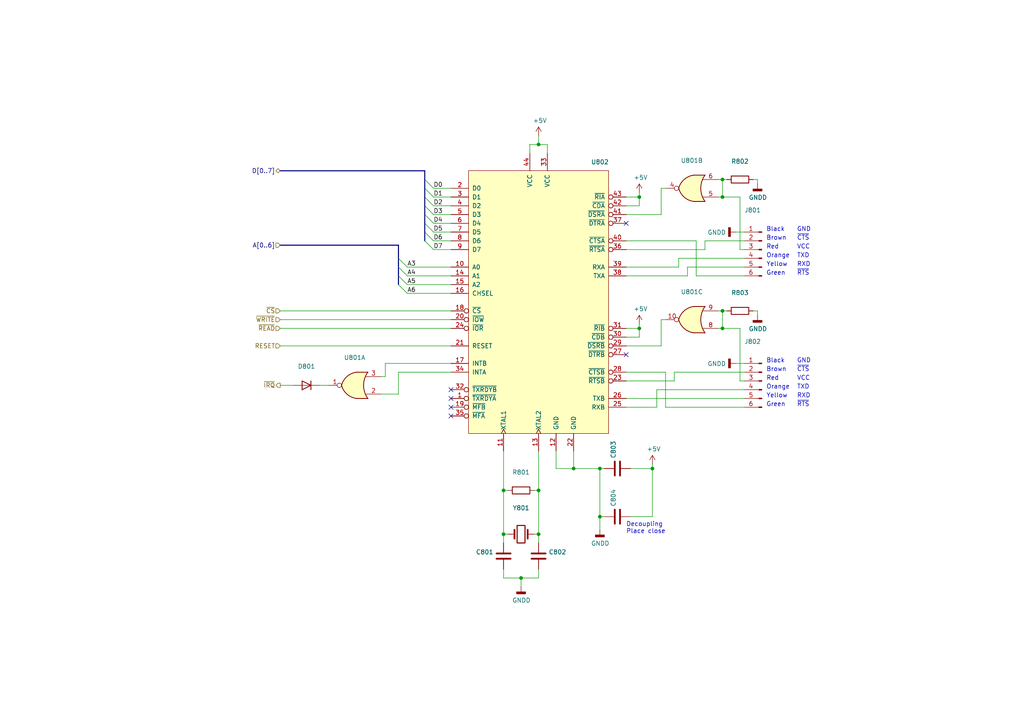
<source format=kicad_sch>
(kicad_sch (version 20211123) (generator eeschema)
  (paper "A4")
  (title_block (title "W65C816S Computer") (date "2020-03-01") (rev "A01") (company "Calle Englund"))
  (lib_symbols
    (symbol "74xx:74HC02" (pin_names (offset 1.016))
      (property "Reference" "U" (at 0 1.27 0))
      (property "Value" "74HC02" (at 0 -1.27 0))
      (symbol "74HC02_1_1"
        (arc (start -3.81 -3.81) (mid -2.589 0) (end -3.81 3.81) (stroke (width 0.254)))
        (arc (start -0.6096 -3.81) (mid 2.1842 -2.5851) (end 3.81 0) (stroke (width 0.254)) (fill (type background)))
        (polyline (pts (xy -3.81 -3.81) (xy -0.635 -3.81)) (stroke (width 0.254)) (fill (type background)))
        (polyline (pts (xy -3.81 3.81) (xy -0.635 3.81)) (stroke (width 0.254)) (fill (type background)))
        (polyline (pts (xy -0.635 3.81) (xy -3.81 3.81) (xy -3.81 3.81) (xy -3.556 3.4036) (xy -3.0226 2.2606) (xy -2.6924 1.0414) (xy -2.6162 -0.254) (xy -2.7686 -1.4986) (xy -3.175 -2.7178) (xy -3.81 -3.81) (xy -3.81 -3.81) (xy -0.635 -3.81)) (stroke (width -25.4)) (fill (type background)))
        (arc (start 3.81 0) (mid 2.1915 2.5936) (end -0.6096 3.81) (stroke (width 0.254)) (fill (type background)))
        (pin output inverted (at 7.62 0 180) (length 3.81) (name "~") (number "1"))
        (pin input line (at -7.62 2.54 0) (length 4.318) (name "~") (number "2"))
        (pin input line (at -7.62 -2.54 0) (length 4.318) (name "~") (number "3"))
      )
      (symbol "74HC02_1_2"
        (arc (start 0 -3.81) (mid 3.81 0) (end 0 3.81) (stroke (width 0.254)) (fill (type background)))
        (polyline (pts (xy 0 3.81) (xy -3.81 3.81) (xy -3.81 -3.81) (xy 0 -3.81)) (stroke (width 0.254)) (fill (type background)))
        (pin output line (at 7.62 0 180) (length 3.81) (name "~") (number "1"))
        (pin input inverted (at -7.62 2.54 0) (length 3.81) (name "~") (number "2"))
        (pin input inverted (at -7.62 -2.54 0) (length 3.81) (name "~") (number "3"))
      )
      (symbol "74HC02_2_1"
        (arc (start -3.81 -3.81) (mid -2.589 0) (end -3.81 3.81) (stroke (width 0.254)))
        (arc (start -0.6096 -3.81) (mid 2.1842 -2.5851) (end 3.81 0) (stroke (width 0.254)) (fill (type background)))
        (polyline (pts (xy -3.81 -3.81) (xy -0.635 -3.81)) (stroke (width 0.254)) (fill (type background)))
        (polyline (pts (xy -3.81 3.81) (xy -0.635 3.81)) (stroke (width 0.254)) (fill (type background)))
        (polyline (pts (xy -0.635 3.81) (xy -3.81 3.81) (xy -3.81 3.81) (xy -3.556 3.4036) (xy -3.0226 2.2606) (xy -2.6924 1.0414) (xy -2.6162 -0.254) (xy -2.7686 -1.4986) (xy -3.175 -2.7178) (xy -3.81 -3.81) (xy -3.81 -3.81) (xy -0.635 -3.81)) (stroke (width -25.4)) (fill (type background)))
        (arc (start 3.81 0) (mid 2.1915 2.5936) (end -0.6096 3.81) (stroke (width 0.254)) (fill (type background)))
        (pin output inverted (at 7.62 0 180) (length 3.81) (name "~") (number "4"))
        (pin input line (at -7.62 2.54 0) (length 4.318) (name "~") (number "5"))
        (pin input line (at -7.62 -2.54 0) (length 4.318) (name "~") (number "6"))
      )
      (symbol "74HC02_2_2"
        (arc (start 0 -3.81) (mid 3.81 0) (end 0 3.81) (stroke (width 0.254)) (fill (type background)))
        (polyline (pts (xy 0 3.81) (xy -3.81 3.81) (xy -3.81 -3.81) (xy 0 -3.81)) (stroke (width 0.254)) (fill (type background)))
        (pin output line (at 7.62 0 180) (length 3.81) (name "~") (number "4"))
        (pin input inverted (at -7.62 2.54 0) (length 3.81) (name "~") (number "5"))
        (pin input inverted (at -7.62 -2.54 0) (length 3.81) (name "~") (number "6"))
      )
      (symbol "74HC02_3_1"
        (arc (start -3.81 -3.81) (mid -2.589 0) (end -3.81 3.81) (stroke (width 0.254)))
        (arc (start -0.6096 -3.81) (mid 2.1842 -2.5851) (end 3.81 0) (stroke (width 0.254)) (fill (type background)))
        (polyline (pts (xy -3.81 -3.81) (xy -0.635 -3.81)) (stroke (width 0.254)) (fill (type background)))
        (polyline (pts (xy -3.81 3.81) (xy -0.635 3.81)) (stroke (width 0.254)) (fill (type background)))
        (polyline (pts (xy -0.635 3.81) (xy -3.81 3.81) (xy -3.81 3.81) (xy -3.556 3.4036) (xy -3.0226 2.2606) (xy -2.6924 1.0414) (xy -2.6162 -0.254) (xy -2.7686 -1.4986) (xy -3.175 -2.7178) (xy -3.81 -3.81) (xy -3.81 -3.81) (xy -0.635 -3.81)) (stroke (width -25.4)) (fill (type background)))
        (arc (start 3.81 0) (mid 2.1915 2.5936) (end -0.6096 3.81) (stroke (width 0.254)) (fill (type background)))
        (pin output inverted (at 7.62 0 180) (length 3.81) (name "~") (number "10"))
        (pin input line (at -7.62 2.54 0) (length 4.318) (name "~") (number "8"))
        (pin input line (at -7.62 -2.54 0) (length 4.318) (name "~") (number "9"))
      )
      (symbol "74HC02_3_2"
        (arc (start 0 -3.81) (mid 3.81 0) (end 0 3.81) (stroke (width 0.254)) (fill (type background)))
        (polyline (pts (xy 0 3.81) (xy -3.81 3.81) (xy -3.81 -3.81) (xy 0 -3.81)) (stroke (width 0.254)) (fill (type background)))
        (pin output line (at 7.62 0 180) (length 3.81) (name "~") (number "10"))
        (pin input inverted (at -7.62 2.54 0) (length 3.81) (name "~") (number "8"))
        (pin input inverted (at -7.62 -2.54 0) (length 3.81) (name "~") (number "9"))
      )
      (symbol "74HC02_4_1"
        (arc (start -3.81 -3.81) (mid -2.589 0) (end -3.81 3.81) (stroke (width 0.254)))
        (arc (start -0.6096 -3.81) (mid 2.1842 -2.5851) (end 3.81 0) (stroke (width 0.254)) (fill (type background)))
        (polyline (pts (xy -3.81 -3.81) (xy -0.635 -3.81)) (stroke (width 0.254)) (fill (type background)))
        (polyline (pts (xy -3.81 3.81) (xy -0.635 3.81)) (stroke (width 0.254)) (fill (type background)))
        (polyline (pts (xy -0.635 3.81) (xy -3.81 3.81) (xy -3.81 3.81) (xy -3.556 3.4036) (xy -3.0226 2.2606) (xy -2.6924 1.0414) (xy -2.6162 -0.254) (xy -2.7686 -1.4986) (xy -3.175 -2.7178) (xy -3.81 -3.81) (xy -3.81 -3.81) (xy -0.635 -3.81)) (stroke (width -25.4)) (fill (type background)))
        (arc (start 3.81 0) (mid 2.1915 2.5936) (end -0.6096 3.81) (stroke (width 0.254)) (fill (type background)))
        (pin input line (at -7.62 2.54 0) (length 4.318) (name "~") (number "11"))
        (pin input line (at -7.62 -2.54 0) (length 4.318) (name "~") (number "12"))
        (pin output inverted (at 7.62 0 180) (length 3.81) (name "~") (number "13"))
      )
      (symbol "74HC02_4_2"
        (arc (start 0 -3.81) (mid 3.81 0) (end 0 3.81) (stroke (width 0.254)) (fill (type background)))
        (polyline (pts (xy 0 3.81) (xy -3.81 3.81) (xy -3.81 -3.81) (xy 0 -3.81)) (stroke (width 0.254)) (fill (type background)))
        (pin input inverted (at -7.62 2.54 0) (length 3.81) (name "~") (number "11"))
        (pin input inverted (at -7.62 -2.54 0) (length 3.81) (name "~") (number "12"))
        (pin output line (at 7.62 0 180) (length 3.81) (name "~") (number "13"))
      )
      (symbol "74HC02_5_0"
        (pin power_in line (at 0 12.7 270) (length 5.08) (name "VCC") (number "14"))
        (pin power_in line (at 0 -12.7 90) (length 5.08) (name "GND") (number "7"))
      )
      (symbol "74HC02_5_1"
        (rectangle (start -5.08 7.62) (end 5.08 -7.62) (stroke (width 0.254)) (fill (type background)))
      )
    )
    (symbol "Connector:Conn_01x06_Male" (pin_names (offset 1.016) hide)
      (property "Reference" "J" (at 0 7.62 0))
      (property "Value" "Conn_01x06_Male" (at 0 -10.16 0))
      (symbol "Conn_01x06_Male_1_1"
        (polyline (pts (xy 1.27 -7.62) (xy 0.8636 -7.62)) (stroke (width 0.1524)))
        (polyline (pts (xy 1.27 -5.08) (xy 0.8636 -5.08)) (stroke (width 0.1524)))
        (polyline (pts (xy 1.27 -2.54) (xy 0.8636 -2.54)) (stroke (width 0.1524)))
        (polyline (pts (xy 1.27 0) (xy 0.8636 0)) (stroke (width 0.1524)))
        (polyline (pts (xy 1.27 2.54) (xy 0.8636 2.54)) (stroke (width 0.1524)))
        (polyline (pts (xy 1.27 5.08) (xy 0.8636 5.08)) (stroke (width 0.1524)))
        (rectangle (start 0.8636 -7.493) (end 0 -7.747) (stroke (width 0.1524)) (fill (type outline)))
        (rectangle (start 0.8636 -4.953) (end 0 -5.207) (stroke (width 0.1524)) (fill (type outline)))
        (rectangle (start 0.8636 -2.413) (end 0 -2.667) (stroke (width 0.1524)) (fill (type outline)))
        (rectangle (start 0.8636 0.127) (end 0 -0.127) (stroke (width 0.1524)) (fill (type outline)))
        (rectangle (start 0.8636 2.667) (end 0 2.413) (stroke (width 0.1524)) (fill (type outline)))
        (rectangle (start 0.8636 5.207) (end 0 4.953) (stroke (width 0.1524)) (fill (type outline)))
        (pin passive line (at 5.08 5.08 180) (length 3.81) (name "Pin_1") (number "1"))
        (pin passive line (at 5.08 2.54 180) (length 3.81) (name "Pin_2") (number "2"))
        (pin passive line (at 5.08 0 180) (length 3.81) (name "Pin_3") (number "3"))
        (pin passive line (at 5.08 -2.54 180) (length 3.81) (name "Pin_4") (number "4"))
        (pin passive line (at 5.08 -5.08 180) (length 3.81) (name "Pin_5") (number "5"))
        (pin passive line (at 5.08 -7.62 180) (length 3.81) (name "Pin_6") (number "6"))
      )
    )
    (symbol "Device:C" (pin_numbers hide) (pin_names (offset 0.254))
      (property "Reference" "C" (at 0.635 2.54 0))
      (property "Value" "C" (at 0.635 -2.54 0))
      (symbol "C_0_1"
        (polyline (pts (xy -2.032 -0.762) (xy 2.032 -0.762)) (stroke (width 0.508)))
        (polyline (pts (xy -2.032 0.762) (xy 2.032 0.762)) (stroke (width 0.508)))
      )
      (symbol "C_1_1"
        (pin passive line (at 0 3.81 270) (length 2.794) (name "~") (number "1"))
        (pin passive line (at 0 -3.81 90) (length 2.794) (name "~") (number "2"))
      )
    )
    (symbol "Device:Crystal" (pin_numbers hide) (pin_names (offset 1.016) hide)
      (property "Reference" "Y" (at 0 3.81 0))
      (property "Value" "Crystal" (at 0 -3.81 0))
      (symbol "Crystal_0_1"
        (rectangle (start -1.143 2.54) (end 1.143 -2.54) (stroke (width 0.3048)))
        (polyline (pts (xy -2.54 0) (xy -1.905 0)))
        (polyline (pts (xy -1.905 -1.27) (xy -1.905 1.27)) (stroke (width 0.508)))
        (polyline (pts (xy 1.905 -1.27) (xy 1.905 1.27)) (stroke (width 0.508)))
        (polyline (pts (xy 2.54 0) (xy 1.905 0)))
      )
      (symbol "Crystal_1_1"
        (pin passive line (at -3.81 0 0) (length 1.27) (name "1") (number "1"))
        (pin passive line (at 3.81 0 180) (length 1.27) (name "2") (number "2"))
      )
    )
    (symbol "Device:D" (pin_numbers hide) (pin_names (offset 1.016) hide)
      (property "Reference" "D" (at 0 2.54 0))
      (property "Value" "D" (at 0 -2.54 0))
      (symbol "D_0_1"
        (polyline (pts (xy -1.27 1.27) (xy -1.27 -1.27)) (stroke (width 0.254)))
        (polyline (pts (xy 1.27 0) (xy -1.27 0)))
        (polyline (pts (xy 1.27 1.27) (xy 1.27 -1.27) (xy -1.27 0) (xy 1.27 1.27)) (stroke (width 0.254)))
      )
      (symbol "D_1_1"
        (pin passive line (at -3.81 0 0) (length 2.54) (name "K") (number "1"))
        (pin passive line (at 3.81 0 180) (length 2.54) (name "A") (number "2"))
      )
    )
    (symbol "Device:R" (pin_numbers hide) (pin_names (offset 0))
      (property "Reference" "R" (at 2.032 0 90))
      (property "Value" "R" (at 0 0 90))
      (symbol "R_0_1"
        (rectangle (start -1.016 -2.54) (end 1.016 2.54) (stroke (width 0.254)))
      )
      (symbol "R_1_1"
        (pin passive line (at 0 3.81 270) (length 1.27) (name "~") (number "1"))
        (pin passive line (at 0 -3.81 90) (length 1.27) (name "~") (number "2"))
      )
    )
    (symbol "X65C816-rescue:ST16C2552_PLCC-Interface_UART" (pin_names (offset 1.016))
      (property "Reference" "U" (at 15.24 40.64 0))
      (property "Value" "ST16C2552_PLCC-Interface_UART" (at 0 0 0))
      (symbol "ST16C2552_PLCC-Interface_UART_0_1"
        (rectangle (start -20.32 38.1) (end 20.32 -38.1) (fill (type background)))
      )
      (symbol "ST16C2552_PLCC-Interface_UART_1_0"
        (pin output inverted (at -25.4 -27.94 0) (length 5.08) (name "~{TXRDYA}") (number "1"))
        (pin input line (at -25.4 10.16 0) (length 5.08) (name "A0") (number "10"))
        (pin input clock (at -10.16 -43.18 90) (length 5.08) (name "XTAL1") (number "11"))
        (pin power_in line (at 5.08 -43.18 90) (length 5.08) (name "GND") (number "12"))
        (pin input clock (at 0 -43.18 90) (length 5.08) (name "XTAL2") (number "13"))
        (pin input line (at -25.4 7.62 0) (length 5.08) (name "A1") (number "14"))
        (pin input line (at -25.4 5.08 0) (length 5.08) (name "A2") (number "15"))
        (pin input line (at -25.4 2.54 0) (length 5.08) (name "CHSEL") (number "16"))
        (pin output line (at -25.4 -17.78 0) (length 5.08) (name "INTB") (number "17"))
        (pin input inverted (at -25.4 -2.54 0) (length 5.08) (name "~{CS}") (number "18"))
        (pin output inverted (at -25.4 -30.48 0) (length 5.08) (name "~{MFB}") (number "19"))
        (pin tri_state line (at -25.4 33.02 0) (length 5.08) (name "D0") (number "2"))
        (pin input inverted (at -25.4 -5.08 0) (length 5.08) (name "~{IOW}") (number "20"))
        (pin input line (at -25.4 -12.7 0) (length 5.08) (name "RESET") (number "21"))
        (pin power_in line (at 10.16 -43.18 90) (length 5.08) (name "GND") (number "22"))
        (pin output inverted (at 25.4 -22.86 180) (length 5.08) (name "~{RTSB}") (number "23"))
        (pin input inverted (at -25.4 -7.62 0) (length 5.08) (name "~{IOR}") (number "24"))
        (pin input line (at 25.4 -30.48 180) (length 5.08) (name "RXB") (number "25"))
        (pin output line (at 25.4 -27.94 180) (length 5.08) (name "TXB") (number "26"))
        (pin output inverted (at 25.4 -15.24 180) (length 5.08) (name "~{DTRB}") (number "27"))
        (pin input inverted (at 25.4 -20.32 180) (length 5.08) (name "~{CTSB}") (number "28"))
        (pin input inverted (at 25.4 -12.7 180) (length 5.08) (name "~{DSRB}") (number "29"))
        (pin tri_state line (at -25.4 30.48 0) (length 5.08) (name "D1") (number "3"))
        (pin input inverted (at 25.4 -10.16 180) (length 5.08) (name "~{CDB}") (number "30"))
        (pin input inverted (at 25.4 -7.62 180) (length 5.08) (name "~{RIB}") (number "31"))
        (pin output inverted (at -25.4 -25.4 0) (length 5.08) (name "~{TXRDYB}") (number "32"))
        (pin power_in line (at 2.54 43.18 270) (length 5.08) (name "VCC") (number "33"))
        (pin output line (at -25.4 -20.32 0) (length 5.08) (name "INTA") (number "34"))
        (pin output inverted (at -25.4 -33.02 0) (length 5.08) (name "~{MFA}") (number "35"))
        (pin output inverted (at 25.4 15.24 180) (length 5.08) (name "~{RTSA}") (number "36"))
        (pin output inverted (at 25.4 22.86 180) (length 5.08) (name "~{DTRA}") (number "37"))
        (pin output line (at 25.4 7.62 180) (length 5.08) (name "TXA") (number "38"))
        (pin input line (at 25.4 10.16 180) (length 5.08) (name "RXA") (number "39"))
        (pin tri_state line (at -25.4 27.94 0) (length 5.08) (name "D2") (number "4"))
        (pin input inverted (at 25.4 17.78 180) (length 5.08) (name "~{CTSA}") (number "40"))
        (pin input inverted (at 25.4 25.4 180) (length 5.08) (name "~{DSRA}") (number "41"))
        (pin input inverted (at 25.4 27.94 180) (length 5.08) (name "~{CDA}") (number "42"))
        (pin input inverted (at 25.4 30.48 180) (length 5.08) (name "~{RIA}") (number "43"))
        (pin power_in line (at -2.54 43.18 270) (length 5.08) (name "VCC") (number "44"))
        (pin tri_state line (at -25.4 25.4 0) (length 5.08) (name "D3") (number "5"))
        (pin tri_state line (at -25.4 22.86 0) (length 5.08) (name "D4") (number "6"))
        (pin tri_state line (at -25.4 20.32 0) (length 5.08) (name "D5") (number "7"))
        (pin tri_state line (at -25.4 17.78 0) (length 5.08) (name "D6") (number "8"))
        (pin tri_state line (at -25.4 15.24 0) (length 5.08) (name "D7") (number "9"))
      )
    )
    (symbol "power:+5V" (power) (pin_names (offset 0))
      (property "Value" "+5V" (at 0 3.556 0))
      (symbol "+5V_0_1"
        (polyline (pts (xy -0.762 1.27) (xy 0 2.54)))
        (polyline (pts (xy 0 0) (xy 0 2.54)))
        (polyline (pts (xy 0 2.54) (xy 0.762 1.27)))
      )
      (symbol "+5V_1_1"
        (pin power_in line (at 0 0 90) (length 0) hide (name "+5V") (number "1"))
      )
    )
    (symbol "power:GNDD" (power) (pin_names (offset 0))
      (property "Value" "GNDD" (at 0 -3.175 0))
      (symbol "GNDD_0_1"
        (rectangle (start -1.27 -1.524) (end 1.27 -2.032) (stroke (width 0.254)) (fill (type outline)))
        (polyline (pts (xy 0 0) (xy 0 -1.524)))
      )
      (symbol "GNDD_1_1"
        (pin power_in line (at 0 0 270) (length 0) hide (name "GNDD") (number "1"))
      )
    )
  )
  (junction (at 146.05 154.94))
  (junction (at 189.23 135.89))
  (junction (at 146.05 142.24))
  (junction (at 166.37 135.89))
  (junction (at 209.55 52.07))
  (junction (at 185.42 95.25))
  (junction (at 209.55 95.25))
  (junction (at 173.99 149.86))
  (junction (at 156.21 41.91))
  (junction (at 185.42 57.15))
  (junction (at 173.99 135.89))
  (junction (at 156.21 154.94))
  (junction (at 209.55 57.15))
  (junction (at 156.21 142.24))
  (junction (at 209.55 90.17))
  (junction (at 151.13 167.64))
  (no_connect (at 130.81 118.11))
  (no_connect (at 130.81 115.57))
  (no_connect (at 130.81 113.03))
  (no_connect (at 130.81 120.65))
  (no_connect (at 181.61 102.87))
  (no_connect (at 181.61 64.77))
  (bus_entry (at 115.57 77.47) (size 2.54 2.54))
  (bus_entry (at 123.19 64.77) (size 2.54 2.54))
  (bus_entry (at 115.57 80.01) (size 2.54 2.54))
  (bus_entry (at 123.19 62.23) (size 2.54 2.54))
  (bus_entry (at 123.19 69.85) (size 2.54 2.54))
  (bus_entry (at 123.19 54.61) (size 2.54 2.54))
  (bus_entry (at 123.19 57.15) (size 2.54 2.54))
  (bus_entry (at 123.19 59.69) (size 2.54 2.54))
  (bus_entry (at 115.57 74.93) (size 2.54 2.54))
  (bus_entry (at 115.57 82.55) (size 2.54 2.54))
  (bus_entry (at 123.19 67.31) (size 2.54 2.54))
  (bus_entry (at 123.19 52.07) (size 2.54 2.54))
  (wire (pts (xy 130.81 95.25) (xy 81.28 95.25)))
  (wire (pts (xy 115.57 107.95) (xy 130.81 107.95)))
  (wire (pts (xy 215.9 80.01) (xy 201.93 80.01)))
  (wire (pts (xy 219.71 52.07) (xy 218.44 52.07)))
  (wire (pts (xy 125.73 62.23) (xy 130.81 62.23)))
  (wire (pts (xy 196.85 74.93) (xy 196.85 77.47)))
  (wire (pts (xy 146.05 167.64) (xy 151.13 167.64)))
  (wire (pts (xy 209.55 95.25) (xy 208.28 95.25)))
  (wire (pts (xy 156.21 154.94) (xy 156.21 142.24)))
  (wire (pts (xy 195.58 110.49) (xy 181.61 110.49)))
  (bus (pts (xy 115.57 71.12) (xy 115.57 74.93)))
  (wire (pts (xy 215.9 110.49) (xy 214.63 110.49)))
  (bus (pts (xy 123.19 49.53) (xy 123.19 52.07)))
  (bus (pts (xy 115.57 80.01) (xy 115.57 82.55)))
  (bus (pts (xy 123.19 64.77) (xy 123.19 67.31)))
  (wire (pts (xy 154.94 154.94) (xy 156.21 154.94)))
  (wire (pts (xy 130.81 105.41) (xy 111.76 105.41)))
  (bus (pts (xy 81.28 71.12) (xy 115.57 71.12)))
  (wire (pts (xy 196.85 74.93) (xy 215.9 74.93)))
  (wire (pts (xy 189.23 135.89) (xy 189.23 149.86)))
  (wire (pts (xy 210.82 52.07) (xy 209.55 52.07)))
  (bus (pts (xy 123.19 52.07) (xy 123.19 54.61)))
  (wire (pts (xy 166.37 130.81) (xy 166.37 135.89)))
  (wire (pts (xy 181.61 95.25) (xy 185.42 95.25)))
  (wire (pts (xy 189.23 149.86) (xy 182.88 149.86)))
  (wire (pts (xy 146.05 154.94) (xy 146.05 142.24)))
  (wire (pts (xy 111.76 109.22) (xy 110.49 109.22)))
  (wire (pts (xy 209.55 90.17) (xy 208.28 90.17)))
  (wire (pts (xy 125.73 57.15) (xy 130.81 57.15)))
  (wire (pts (xy 191.77 62.23) (xy 191.77 54.61)))
  (wire (pts (xy 181.61 100.33) (xy 191.77 100.33)))
  (wire (pts (xy 209.55 57.15) (xy 208.28 57.15)))
  (wire (pts (xy 191.77 92.71) (xy 191.77 100.33)))
  (wire (pts (xy 215.9 113.03) (xy 190.5 113.03)))
  (wire (pts (xy 130.81 92.71) (xy 81.28 92.71)))
  (wire (pts (xy 191.77 54.61) (xy 193.04 54.61)))
  (wire (pts (xy 130.81 85.09) (xy 118.11 85.09)))
  (wire (pts (xy 130.81 59.69) (xy 125.73 59.69)))
  (wire (pts (xy 130.81 64.77) (xy 125.73 64.77)))
  (wire (pts (xy 95.25 111.76) (xy 92.71 111.76)))
  (wire (pts (xy 156.21 39.37) (xy 156.21 41.91)))
  (wire (pts (xy 130.81 90.17) (xy 81.28 90.17)))
  (wire (pts (xy 214.63 72.39) (xy 215.9 72.39)))
  (wire (pts (xy 173.99 153.67) (xy 173.99 149.86)))
  (bus (pts (xy 123.19 54.61) (xy 123.19 57.15)))
  (wire (pts (xy 199.39 77.47) (xy 199.39 80.01)))
  (wire (pts (xy 208.28 52.07) (xy 209.55 52.07)))
  (wire (pts (xy 219.71 53.34) (xy 219.71 52.07)))
  (bus (pts (xy 123.19 67.31) (xy 123.19 69.85)))
  (wire (pts (xy 156.21 157.48) (xy 156.21 154.94)))
  (wire (pts (xy 151.13 167.64) (xy 156.21 167.64)))
  (wire (pts (xy 151.13 170.18) (xy 151.13 167.64)))
  (bus (pts (xy 123.19 62.23) (xy 123.19 64.77)))
  (bus (pts (xy 123.19 57.15) (xy 123.19 59.69)))
  (wire (pts (xy 156.21 41.91) (xy 158.75 41.91)))
  (bus (pts (xy 115.57 77.47) (xy 115.57 80.01)))
  (wire (pts (xy 215.9 67.31) (xy 213.36 67.31)))
  (wire (pts (xy 147.32 142.24) (xy 146.05 142.24)))
  (wire (pts (xy 154.94 142.24) (xy 156.21 142.24)))
  (wire (pts (xy 215.9 107.95) (xy 195.58 107.95)))
  (bus (pts (xy 115.57 74.93) (xy 115.57 77.47)))
  (wire (pts (xy 185.42 93.98) (xy 185.42 95.25)))
  (wire (pts (xy 175.26 149.86) (xy 173.99 149.86)))
  (wire (pts (xy 181.61 59.69) (xy 185.42 59.69)))
  (wire (pts (xy 193.04 118.11) (xy 215.9 118.11)))
  (wire (pts (xy 161.29 135.89) (xy 161.29 130.81)))
  (wire (pts (xy 199.39 80.01) (xy 181.61 80.01)))
  (wire (pts (xy 115.57 114.3) (xy 115.57 107.95)))
  (wire (pts (xy 153.67 41.91) (xy 153.67 44.45)))
  (wire (pts (xy 210.82 90.17) (xy 209.55 90.17)))
  (wire (pts (xy 130.81 69.85) (xy 125.73 69.85)))
  (wire (pts (xy 215.9 105.41) (xy 213.36 105.41)))
  (wire (pts (xy 166.37 135.89) (xy 161.29 135.89)))
  (wire (pts (xy 81.28 100.33) (xy 130.81 100.33)))
  (wire (pts (xy 209.55 57.15) (xy 214.63 57.15)))
  (wire (pts (xy 118.11 77.47) (xy 130.81 77.47)))
  (wire (pts (xy 215.9 77.47) (xy 199.39 77.47)))
  (wire (pts (xy 156.21 142.24) (xy 156.21 130.81)))
  (wire (pts (xy 156.21 41.91) (xy 153.67 41.91)))
  (wire (pts (xy 185.42 97.79) (xy 185.42 95.25)))
  (wire (pts (xy 214.63 110.49) (xy 214.63 95.25)))
  (wire (pts (xy 173.99 149.86) (xy 173.99 135.89)))
  (wire (pts (xy 214.63 57.15) (xy 214.63 72.39)))
  (wire (pts (xy 185.42 57.15) (xy 181.61 57.15)))
  (wire (pts (xy 185.42 55.88) (xy 185.42 57.15)))
  (wire (pts (xy 125.73 54.61) (xy 130.81 54.61)))
  (wire (pts (xy 181.61 115.57) (xy 215.9 115.57)))
  (wire (pts (xy 193.04 118.11) (xy 193.04 107.95)))
  (wire (pts (xy 215.9 69.85) (xy 204.47 69.85)))
  (wire (pts (xy 214.63 95.25) (xy 209.55 95.25)))
  (wire (pts (xy 173.99 135.89) (xy 166.37 135.89)))
  (wire (pts (xy 189.23 134.62) (xy 189.23 135.89)))
  (wire (pts (xy 146.05 142.24) (xy 146.05 130.81)))
  (wire (pts (xy 209.55 95.25) (xy 209.55 90.17)))
  (wire (pts (xy 209.55 52.07) (xy 209.55 57.15)))
  (wire (pts (xy 185.42 57.15) (xy 185.42 59.69)))
  (wire (pts (xy 195.58 107.95) (xy 195.58 110.49)))
  (wire (pts (xy 201.93 69.85) (xy 181.61 69.85)))
  (bus (pts (xy 123.19 59.69) (xy 123.19 62.23)))
  (wire (pts (xy 193.04 107.95) (xy 181.61 107.95)))
  (wire (pts (xy 146.05 165.1) (xy 146.05 167.64)))
  (wire (pts (xy 85.09 111.76) (xy 81.28 111.76)))
  (wire (pts (xy 204.47 72.39) (xy 181.61 72.39)))
  (wire (pts (xy 219.71 90.17) (xy 218.44 90.17)))
  (wire (pts (xy 175.26 135.89) (xy 173.99 135.89)))
  (wire (pts (xy 190.5 113.03) (xy 190.5 118.11)))
  (wire (pts (xy 204.47 69.85) (xy 204.47 72.39)))
  (wire (pts (xy 201.93 69.85) (xy 201.93 80.01)))
  (wire (pts (xy 190.5 118.11) (xy 181.61 118.11)))
  (wire (pts (xy 219.71 91.44) (xy 219.71 90.17)))
  (wire (pts (xy 111.76 105.41) (xy 111.76 109.22)))
  (wire (pts (xy 125.73 72.39) (xy 130.81 72.39)))
  (wire (pts (xy 110.49 114.3) (xy 115.57 114.3)))
  (wire (pts (xy 196.85 77.47) (xy 181.61 77.47)))
  (wire (pts (xy 118.11 82.55) (xy 130.81 82.55)))
  (wire (pts (xy 146.05 154.94) (xy 147.32 154.94)))
  (wire (pts (xy 193.04 92.71) (xy 191.77 92.71)))
  (wire (pts (xy 146.05 157.48) (xy 146.05 154.94)))
  (wire (pts (xy 158.75 41.91) (xy 158.75 44.45)))
  (wire (pts (xy 125.73 67.31) (xy 130.81 67.31)))
  (wire (pts (xy 181.61 62.23) (xy 191.77 62.23)))
  (wire (pts (xy 118.11 80.01) (xy 130.81 80.01)))
  (wire (pts (xy 181.61 97.79) (xy 185.42 97.79)))
  (wire (pts (xy 182.88 135.89) (xy 189.23 135.89)))
  (bus (pts (xy 81.28 49.53) (xy 123.19 49.53)))
  (wire (pts (xy 156.21 165.1) (xy 156.21 167.64)))
  (text "Green" (at 222.25 80.01 0) (effects (font (size 1.27 1.27)) (justify left bottom)))
  (text "Yellow" (at 222.25 115.57 0) (effects (font (size 1.27 1.27)) (justify left bottom)))
  (text "Black" (at 222.25 105.41 0) (effects (font (size 1.27 1.27)) (justify left bottom)))
  (text "Red" (at 222.25 72.39 0) (effects (font (size 1.27 1.27)) (justify left bottom)))
  (text "Orange" (at 222.25 74.93 0) (effects (font (size 1.27 1.27)) (justify left bottom)))
  (text "GND" (at 231.14 67.31 0) (effects (font (size 1.27 1.27)) (justify left bottom)))
  (text "Orange" (at 222.25 113.03 0) (effects (font (size 1.27 1.27)) (justify left bottom)))
  (text "Black" (at 222.25 67.31 0) (effects (font (size 1.27 1.27)) (justify left bottom)))
  (text "Green" (at 222.25 118.11 0) (effects (font (size 1.27 1.27)) (justify left bottom)))
  (text "VCC" (at 231.14 72.39 0) (effects (font (size 1.27 1.27)) (justify left bottom)))
  (text "RXD" (at 231.14 115.57 0) (effects (font (size 1.27 1.27)) (justify left bottom)))
  (text "Brown" (at 222.25 69.85 0) (effects (font (size 1.27 1.27)) (justify left bottom)))
  (text "~{CTS}" (at 231.14 107.95 0) (effects (font (size 1.27 1.27)) (justify left bottom)))
  (text "TXD" (at 231.14 74.93 0) (effects (font (size 1.27 1.27)) (justify left bottom)))
  (text "VCC" (at 231.14 110.49 0) (effects (font (size 1.27 1.27)) (justify left bottom)))
  (text "Brown" (at 222.25 107.95 0) (effects (font (size 1.27 1.27)) (justify left bottom)))
  (text "TXD" (at 231.14 113.03 0) (effects (font (size 1.27 1.27)) (justify left bottom)))
  (text "~{RTS}" (at 231.14 80.01 0) (effects (font (size 1.27 1.27)) (justify left bottom)))
  (text "Yellow" (at 222.25 77.47 0) (effects (font (size 1.27 1.27)) (justify left bottom)))
  (text "~{CTS}" (at 231.14 69.85 0) (effects (font (size 1.27 1.27)) (justify left bottom)))
  (text "Red" (at 222.25 110.49 0) (effects (font (size 1.27 1.27)) (justify left bottom)))
  (text "Decoupling\nPlace close" (at 181.61 154.94 0) (effects (font (size 1.27 1.27)) (justify left bottom)))
  (text "~{RTS}" (at 231.14 118.11 0) (effects (font (size 1.27 1.27)) (justify left bottom)))
  (text "RXD" (at 231.14 77.47 0) (effects (font (size 1.27 1.27)) (justify left bottom)))
  (text "GND" (at 231.14 105.41 0) (effects (font (size 1.27 1.27)) (justify left bottom)))
  (label "A3" (at 118.11 77.47 0))
  (label "D2" (at 125.73 59.69 0))
  (label "D4" (at 125.73 64.77 0))
  (label "D1" (at 125.73 57.15 0))
  (label "D7" (at 125.73 72.39 0))
  (label "A6" (at 118.11 85.09 0))
  (label "D3" (at 125.73 62.23 0))
  (label "D5" (at 125.73 67.31 0))
  (label "A4" (at 118.11 80.01 0))
  (label "A5" (at 118.11 82.55 0))
  (label "D6" (at 125.73 69.85 0))
  (label "D0" (at 125.73 54.61 0))
  (hierarchical_label "~{IRQ}" (shape output) (at 81.28 111.76 180))
  (hierarchical_label "~{READ}" (shape input) (at 81.28 95.25 180))
  (hierarchical_label "RESET" (shape input) (at 81.28 100.33 180))
  (hierarchical_label "A[0..6]" (shape input) (at 81.28 71.12 180))
  (hierarchical_label "~{WRITE}" (shape input) (at 81.28 92.71 180))
  (hierarchical_label "D[0..7]" (shape bidirectional) (at 81.28 49.53 180))
  (hierarchical_label "~{CS}" (shape input) (at 81.28 90.17 180))
  (symbol (lib_id "74xx:74HC02") (at 200.66 54.61 180) (unit 2)
    (property "Reference" "U801" (at 200.66 46.5582 0))
    (property "Datasheet" "http://www.ti.com/lit/gpn/sn74hc02" (effects hide))
  )
  (symbol (lib_id "74xx:74HC02") (at 200.66 92.71 180) (unit 3)
    (property "Reference" "U801" (at 200.66 84.6582 0))
    (property "Datasheet" "http://www.ti.com/lit/gpn/sn74hc02" (effects hide))
  )
  (symbol (lib_id "Device:R") (at 214.63 52.07 270) (unit 1)
    (property "Reference" "R802" (at 214.63 46.8122 90))
  )
  (symbol (lib_id "Device:R") (at 214.63 90.17 270) (unit 1)
    (property "Reference" "R803" (at 214.63 84.9122 90))
  )
  (symbol (lib_id "power:GNDD") (at 219.71 53.34 0) (unit 1)
    (property "Reference" "#PWR0809" (effects hide))
  )
  (symbol (lib_id "power:GNDD") (at 219.71 91.44 0) (unit 1)
    (property "Reference" "#PWR0810" (effects hide))
  )
  (symbol (lib_id "Connector:Conn_01x06_Male") (at 220.98 72.39 0) (mirror y) (unit 1)
    (property "Reference" "J801" (at 215.9 60.96 0) (effects (justify right)))
  )
  (symbol (lib_id "Device:Crystal") (at 151.13 154.94 180) (unit 1)
    (property "Reference" "Y801" (at 151.13 147.32 0))
  )
  (symbol (lib_id "Device:C") (at 146.05 161.29 0) (mirror y) (unit 1)
    (property "Reference" "C801" (at 143.129 160.1216 0) (effects (justify left)))
  )
  (symbol (lib_id "Device:C") (at 156.21 161.29 0) (unit 1)
    (property "Reference" "C802" (at 159.131 160.1216 0) (effects (justify left)))
  )
  (symbol (lib_id "power:GNDD") (at 151.13 170.18 0) (unit 1)
    (property "Reference" "#PWR0801" (effects hide))
  )
  (symbol (lib_id "power:GNDD") (at 173.99 153.67 0) (unit 1)
    (property "Reference" "#PWR0803" (effects hide))
  )
  (symbol (lib_id "power:+5V") (at 189.23 134.62 0) (unit 1)
    (property "Reference" "#PWR0806" (effects hide))
  )
  (symbol (lib_id "power:GNDD") (at 213.36 67.31 270) (unit 1)
    (property "Reference" "#PWR0807" (effects hide))
  )
  (symbol (lib_id "power:+5V") (at 156.21 39.37 0) (unit 1)
    (property "Reference" "#PWR0802" (effects hide))
  )
  (symbol (lib_id "Device:C") (at 179.07 149.86 90) (unit 1)
    (property "Reference" "C804" (at 177.9016 146.939 0) (effects (justify left)))
  )
  (symbol (lib_id "Device:C") (at 179.07 135.89 90) (unit 1)
    (property "Reference" "C803" (at 177.9016 132.969 0) (effects (justify left)))
  )
  (symbol (lib_id "X65C816-rescue:ST16C2552_PLCC-Interface_UART") (at 156.21 87.63 0) (unit 1)
    (property "Reference" "U802" (at 173.99 46.99 0))
  )
  (symbol (lib_id "Device:R") (at 151.13 142.24 270) (unit 1)
    (property "Reference" "R801" (at 151.13 136.9822 90))
  )
  (symbol (lib_id "74xx:74HC02") (at 102.87 111.76 180) (unit 1)
    (property "Reference" "U801" (at 102.87 103.7082 0))
    (property "Datasheet" "http://www.ti.com/lit/gpn/sn74hc02" (effects hide))
  )
  (symbol (lib_id "Device:D") (at 88.9 111.76 180) (unit 1)
    (property "Reference" "D801" (at 88.9 106.2736 0))
  )
  (symbol (lib_id "Connector:Conn_01x06_Male") (at 220.98 110.49 0) (mirror y) (unit 1)
    (property "Reference" "J802" (at 215.9 99.06 0) (effects (justify right)))
  )
  (symbol (lib_id "power:GNDD") (at 213.36 105.41 270) (unit 1)
    (property "Reference" "#PWR0808" (effects hide))
  )
  (symbol (lib_id "power:+5V") (at 185.42 55.88 0) (unit 1)
    (property "Reference" "#PWR0804" (effects hide))
  )
  (symbol (lib_id "power:+5V") (at 185.42 93.98 0) (unit 1)
    (property "Reference" "#PWR0805" (effects hide))
  )
)
</source>
